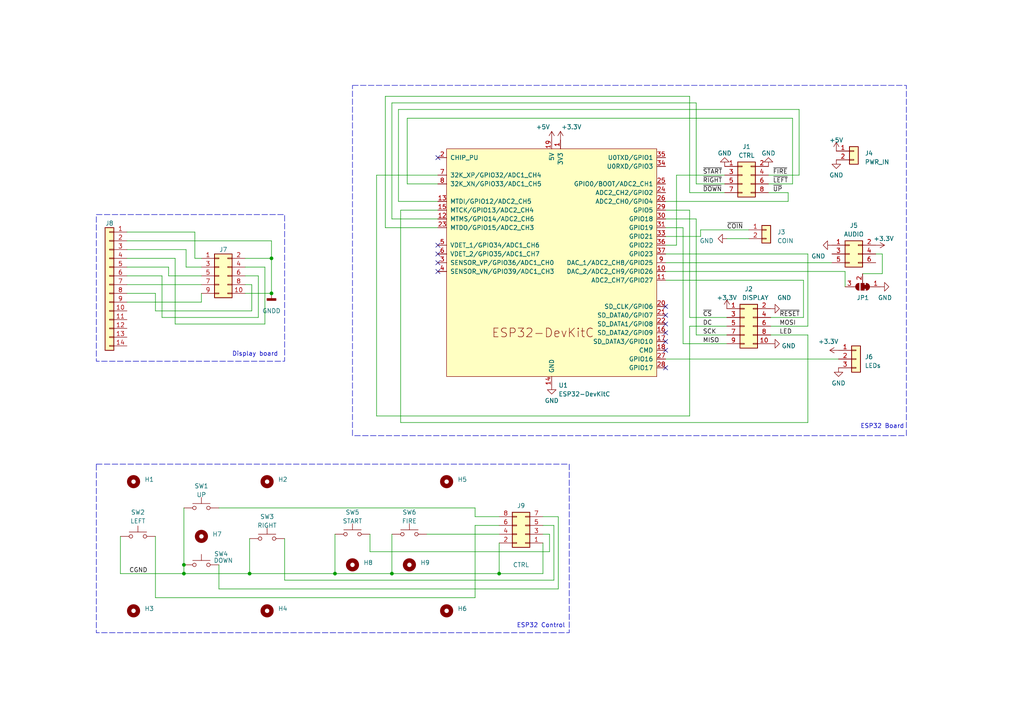
<source format=kicad_sch>
(kicad_sch (version 20230121) (generator eeschema)
  (paper "A4")
  (lib_symbols
    (symbol "Connector_Generic:Conn_01x02" (pin_names (offset 1.016) hide)
      (property "Reference" "J" (at 0 2.54 0))
      (property "Value" "Conn_01x02" (at 0 -5.08 0))
      (symbol "Conn_01x02_1_1"
        (rectangle (start -1.27 -2.413) (end 0 -2.667) (stroke (width 0.1524)))
        (rectangle (start -1.27 0.127) (end 0 -0.127) (stroke (width 0.1524)))
        (rectangle (start -1.27 1.27) (end 1.27 -3.81) (stroke (width 0.254)) (fill (type background)))
        (pin passive line (at -5.08 0 0) (length 3.81) (name "Pin_1") (number "1"))
        (pin passive line (at -5.08 -2.54 0) (length 3.81) (name "Pin_2") (number "2"))
      )
    )
    (symbol "Connector_Generic:Conn_01x03" (pin_names (offset 1.016) hide)
      (property "Reference" "J" (at 0 5.08 0))
      (property "Value" "Conn_01x03" (at 0 -5.08 0))
      (symbol "Conn_01x03_1_1"
        (rectangle (start -1.27 -2.413) (end 0 -2.667) (stroke (width 0.1524)))
        (rectangle (start -1.27 0.127) (end 0 -0.127) (stroke (width 0.1524)))
        (rectangle (start -1.27 2.667) (end 0 2.413) (stroke (width 0.1524)))
        (rectangle (start -1.27 3.81) (end 1.27 -3.81) (stroke (width 0.254)) (fill (type background)))
        (pin passive line (at -5.08 2.54 0) (length 3.81) (name "Pin_1") (number "1"))
        (pin passive line (at -5.08 0 0) (length 3.81) (name "Pin_2") (number "2"))
        (pin passive line (at -5.08 -2.54 0) (length 3.81) (name "Pin_3") (number "3"))
      )
    )
    (symbol "Connector_Generic:Conn_01x14" (pin_names (offset 1.016) hide)
      (property "Reference" "J" (at 0 17.78 0))
      (property "Value" "Conn_01x14" (at 0 -20.32 0))
      (symbol "Conn_01x14_1_1"
        (rectangle (start -1.27 -17.653) (end 0 -17.907) (stroke (width 0.1524)))
        (rectangle (start -1.27 -15.113) (end 0 -15.367) (stroke (width 0.1524)))
        (rectangle (start -1.27 -12.573) (end 0 -12.827) (stroke (width 0.1524)))
        (rectangle (start -1.27 -10.033) (end 0 -10.287) (stroke (width 0.1524)))
        (rectangle (start -1.27 -7.493) (end 0 -7.747) (stroke (width 0.1524)))
        (rectangle (start -1.27 -4.953) (end 0 -5.207) (stroke (width 0.1524)))
        (rectangle (start -1.27 -2.413) (end 0 -2.667) (stroke (width 0.1524)))
        (rectangle (start -1.27 0.127) (end 0 -0.127) (stroke (width 0.1524)))
        (rectangle (start -1.27 2.667) (end 0 2.413) (stroke (width 0.1524)))
        (rectangle (start -1.27 5.207) (end 0 4.953) (stroke (width 0.1524)))
        (rectangle (start -1.27 7.747) (end 0 7.493) (stroke (width 0.1524)))
        (rectangle (start -1.27 10.287) (end 0 10.033) (stroke (width 0.1524)))
        (rectangle (start -1.27 12.827) (end 0 12.573) (stroke (width 0.1524)))
        (rectangle (start -1.27 15.367) (end 0 15.113) (stroke (width 0.1524)))
        (rectangle (start -1.27 16.51) (end 1.27 -19.05) (stroke (width 0.254)) (fill (type background)))
        (pin passive line (at -5.08 15.24 0) (length 3.81) (name "Pin_1") (number "1"))
        (pin passive line (at -5.08 -7.62 0) (length 3.81) (name "Pin_10") (number "10"))
        (pin passive line (at -5.08 -10.16 0) (length 3.81) (name "Pin_11") (number "11"))
        (pin passive line (at -5.08 -12.7 0) (length 3.81) (name "Pin_12") (number "12"))
        (pin passive line (at -5.08 -15.24 0) (length 3.81) (name "Pin_13") (number "13"))
        (pin passive line (at -5.08 -17.78 0) (length 3.81) (name "Pin_14") (number "14"))
        (pin passive line (at -5.08 12.7 0) (length 3.81) (name "Pin_2") (number "2"))
        (pin passive line (at -5.08 10.16 0) (length 3.81) (name "Pin_3") (number "3"))
        (pin passive line (at -5.08 7.62 0) (length 3.81) (name "Pin_4") (number "4"))
        (pin passive line (at -5.08 5.08 0) (length 3.81) (name "Pin_5") (number "5"))
        (pin passive line (at -5.08 2.54 0) (length 3.81) (name "Pin_6") (number "6"))
        (pin passive line (at -5.08 0 0) (length 3.81) (name "Pin_7") (number "7"))
        (pin passive line (at -5.08 -2.54 0) (length 3.81) (name "Pin_8") (number "8"))
        (pin passive line (at -5.08 -5.08 0) (length 3.81) (name "Pin_9") (number "9"))
      )
    )
    (symbol "Connector_Generic:Conn_02x03_Odd_Even" (pin_names (offset 1.016) hide)
      (property "Reference" "J" (at 1.27 5.08 0))
      (property "Value" "Conn_02x03_Odd_Even" (at 1.27 -5.08 0))
      (symbol "Conn_02x03_Odd_Even_1_1"
        (rectangle (start -1.27 -2.413) (end 0 -2.667) (stroke (width 0.1524)))
        (rectangle (start -1.27 0.127) (end 0 -0.127) (stroke (width 0.1524)))
        (rectangle (start -1.27 2.667) (end 0 2.413) (stroke (width 0.1524)))
        (rectangle (start -1.27 3.81) (end 3.81 -3.81) (stroke (width 0.254)) (fill (type background)))
        (rectangle (start 3.81 -2.413) (end 2.54 -2.667) (stroke (width 0.1524)))
        (rectangle (start 3.81 0.127) (end 2.54 -0.127) (stroke (width 0.1524)))
        (rectangle (start 3.81 2.667) (end 2.54 2.413) (stroke (width 0.1524)))
        (pin passive line (at -5.08 2.54 0) (length 3.81) (name "Pin_1") (number "1"))
        (pin passive line (at 7.62 2.54 180) (length 3.81) (name "Pin_2") (number "2"))
        (pin passive line (at -5.08 0 0) (length 3.81) (name "Pin_3") (number "3"))
        (pin passive line (at 7.62 0 180) (length 3.81) (name "Pin_4") (number "4"))
        (pin passive line (at -5.08 -2.54 0) (length 3.81) (name "Pin_5") (number "5"))
        (pin passive line (at 7.62 -2.54 180) (length 3.81) (name "Pin_6") (number "6"))
      )
    )
    (symbol "Connector_Generic:Conn_02x04_Odd_Even" (pin_names (offset 1.016) hide)
      (property "Reference" "J" (at 1.27 5.08 0))
      (property "Value" "Conn_02x04_Odd_Even" (at 1.27 -7.62 0))
      (symbol "Conn_02x04_Odd_Even_1_1"
        (rectangle (start -1.27 -4.953) (end 0 -5.207) (stroke (width 0.1524)))
        (rectangle (start -1.27 -2.413) (end 0 -2.667) (stroke (width 0.1524)))
        (rectangle (start -1.27 0.127) (end 0 -0.127) (stroke (width 0.1524)))
        (rectangle (start -1.27 2.667) (end 0 2.413) (stroke (width 0.1524)))
        (rectangle (start -1.27 3.81) (end 3.81 -6.35) (stroke (width 0.254)) (fill (type background)))
        (rectangle (start 3.81 -4.953) (end 2.54 -5.207) (stroke (width 0.1524)))
        (rectangle (start 3.81 -2.413) (end 2.54 -2.667) (stroke (width 0.1524)))
        (rectangle (start 3.81 0.127) (end 2.54 -0.127) (stroke (width 0.1524)))
        (rectangle (start 3.81 2.667) (end 2.54 2.413) (stroke (width 0.1524)))
        (pin passive line (at -5.08 2.54 0) (length 3.81) (name "Pin_1") (number "1"))
        (pin passive line (at 7.62 2.54 180) (length 3.81) (name "Pin_2") (number "2"))
        (pin passive line (at -5.08 0 0) (length 3.81) (name "Pin_3") (number "3"))
        (pin passive line (at 7.62 0 180) (length 3.81) (name "Pin_4") (number "4"))
        (pin passive line (at -5.08 -2.54 0) (length 3.81) (name "Pin_5") (number "5"))
        (pin passive line (at 7.62 -2.54 180) (length 3.81) (name "Pin_6") (number "6"))
        (pin passive line (at -5.08 -5.08 0) (length 3.81) (name "Pin_7") (number "7"))
        (pin passive line (at 7.62 -5.08 180) (length 3.81) (name "Pin_8") (number "8"))
      )
    )
    (symbol "Connector_Generic:Conn_02x05_Odd_Even" (pin_names (offset 1.016) hide)
      (property "Reference" "J" (at 1.27 7.62 0))
      (property "Value" "Conn_02x05_Odd_Even" (at 1.27 -7.62 0))
      (symbol "Conn_02x05_Odd_Even_1_1"
        (rectangle (start -1.27 -4.953) (end 0 -5.207) (stroke (width 0.1524)))
        (rectangle (start -1.27 -2.413) (end 0 -2.667) (stroke (width 0.1524)))
        (rectangle (start -1.27 0.127) (end 0 -0.127) (stroke (width 0.1524)))
        (rectangle (start -1.27 2.667) (end 0 2.413) (stroke (width 0.1524)))
        (rectangle (start -1.27 5.207) (end 0 4.953) (stroke (width 0.1524)))
        (rectangle (start -1.27 6.35) (end 3.81 -6.35) (stroke (width 0.254)) (fill (type background)))
        (rectangle (start 3.81 -4.953) (end 2.54 -5.207) (stroke (width 0.1524)))
        (rectangle (start 3.81 -2.413) (end 2.54 -2.667) (stroke (width 0.1524)))
        (rectangle (start 3.81 0.127) (end 2.54 -0.127) (stroke (width 0.1524)))
        (rectangle (start 3.81 2.667) (end 2.54 2.413) (stroke (width 0.1524)))
        (rectangle (start 3.81 5.207) (end 2.54 4.953) (stroke (width 0.1524)))
        (pin passive line (at -5.08 5.08 0) (length 3.81) (name "Pin_1") (number "1"))
        (pin passive line (at 7.62 -5.08 180) (length 3.81) (name "Pin_10") (number "10"))
        (pin passive line (at 7.62 5.08 180) (length 3.81) (name "Pin_2") (number "2"))
        (pin passive line (at -5.08 2.54 0) (length 3.81) (name "Pin_3") (number "3"))
        (pin passive line (at 7.62 2.54 180) (length 3.81) (name "Pin_4") (number "4"))
        (pin passive line (at -5.08 0 0) (length 3.81) (name "Pin_5") (number "5"))
        (pin passive line (at 7.62 0 180) (length 3.81) (name "Pin_6") (number "6"))
        (pin passive line (at -5.08 -2.54 0) (length 3.81) (name "Pin_7") (number "7"))
        (pin passive line (at 7.62 -2.54 180) (length 3.81) (name "Pin_8") (number "8"))
        (pin passive line (at -5.08 -5.08 0) (length 3.81) (name "Pin_9") (number "9"))
      )
    )
    (symbol "Espressif:ESP32-DevKitC" (pin_names (offset 1.016))
      (property "Reference" "U" (at -30.48 38.1 0))
      (property "Value" "ESP32-DevKitC" (at -30.48 35.56 0))
      (symbol "ESP32-DevKitC_0_0"
        (text "ESP32-DevKitC" (at -2.54 -20.32 0) (effects (font (size 2.54 2.54))))
        (pin power_in line (at 0 -35.56 90) (length 2.54) (name "GND") (number "14"))
        (pin power_in line (at 0 35.56 270) (length 2.54) (name "5V") (number "19"))
      )
      (symbol "ESP32-DevKitC_0_1"
        (rectangle (start -30.48 33.02) (end 30.48 -33.02) (fill (type background)))
      )
      (symbol "ESP32-DevKitC_1_1"
        (pin power_in line (at 2.54 35.56 270) (length 2.54) (name "3V3") (number "1"))
        (pin bidirectional line (at 33.02 -2.54 180) (length 2.54) (name "DAC_2/ADC2_CH9/GPIO26") (number "10"))
        (pin bidirectional line (at 33.02 -5.08 180) (length 2.54) (name "ADC2_CH7/GPIO27") (number "11"))
        (pin bidirectional line (at -33.02 12.7 0) (length 2.54) (name "MTMS/GPIO14/ADC2_CH6") (number "12"))
        (pin bidirectional line (at -33.02 17.78 0) (length 2.54) (name "MTDI/GPIO12/ADC2_CH5") (number "13"))
        (pin bidirectional line (at -33.02 15.24 0) (length 2.54) (name "MTCK/GPIO13/ADC2_CH4") (number "15"))
        (pin bidirectional line (at 33.02 -20.32 180) (length 2.54) (name "SD_DATA2/GPIO9") (number "16"))
        (pin bidirectional line (at 33.02 -22.86 180) (length 2.54) (name "SD_DATA3/GPIO10") (number "17"))
        (pin bidirectional line (at 33.02 -25.4 180) (length 2.54) (name "CMD") (number "18"))
        (pin input line (at -33.02 30.48 0) (length 2.54) (name "CHIP_PU") (number "2"))
        (pin bidirectional line (at 33.02 -12.7 180) (length 2.54) (name "SD_CLK/GPIO6") (number "20"))
        (pin bidirectional line (at 33.02 -15.24 180) (length 2.54) (name "SD_DATA0/GPIO7") (number "21"))
        (pin bidirectional line (at 33.02 -17.78 180) (length 2.54) (name "SD_DATA1/GPIO8") (number "22"))
        (pin bidirectional line (at -33.02 10.16 0) (length 2.54) (name "MTDO/GPIO15/ADC2_CH3") (number "23"))
        (pin bidirectional line (at 33.02 20.32 180) (length 2.54) (name "ADC2_CH2/GPIO2") (number "24"))
        (pin bidirectional line (at 33.02 22.86 180) (length 2.54) (name "GPIO0/BOOT/ADC2_CH1") (number "25"))
        (pin bidirectional line (at 33.02 17.78 180) (length 2.54) (name "ADC2_CH0/GPIO4") (number "26"))
        (pin bidirectional line (at 33.02 -27.94 180) (length 2.54) (name "GPIO16") (number "27"))
        (pin bidirectional line (at 33.02 -30.48 180) (length 2.54) (name "GPIO17") (number "28"))
        (pin bidirectional line (at 33.02 15.24 180) (length 2.54) (name "GPIO5") (number "29"))
        (pin input line (at -33.02 0 0) (length 2.54) (name "SENSOR_VP/GPIO36/ADC1_CH0") (number "3"))
        (pin bidirectional line (at 33.02 12.7 180) (length 2.54) (name "GPIO18") (number "30"))
        (pin bidirectional line (at 33.02 10.16 180) (length 2.54) (name "GPIO19") (number "31"))
        (pin passive line (at 0 -35.56 90) (length 2.54) hide (name "GND") (number "32"))
        (pin bidirectional line (at 33.02 7.62 180) (length 2.54) (name "GPIO21") (number "33"))
        (pin bidirectional line (at 33.02 27.94 180) (length 2.54) (name "U0RXD/GPIO3") (number "34"))
        (pin bidirectional line (at 33.02 30.48 180) (length 2.54) (name "U0TXD/GPIO1") (number "35"))
        (pin bidirectional line (at 33.02 5.08 180) (length 2.54) (name "GPIO22") (number "36"))
        (pin bidirectional line (at 33.02 2.54 180) (length 2.54) (name "GPIO23") (number "37"))
        (pin passive line (at 0 -35.56 90) (length 2.54) hide (name "GND") (number "38"))
        (pin input line (at -33.02 -2.54 0) (length 2.54) (name "SENSOR_VN/GPIO39/ADC1_CH3") (number "4"))
        (pin input line (at -33.02 5.08 0) (length 2.54) (name "VDET_1/GPIO34/ADC1_CH6") (number "5"))
        (pin input line (at -33.02 2.54 0) (length 2.54) (name "VDET_2/GPIO35/ADC1_CH7") (number "6"))
        (pin bidirectional line (at -33.02 25.4 0) (length 2.54) (name "32K_XP/GPIO32/ADC1_CH4") (number "7"))
        (pin bidirectional line (at -33.02 22.86 0) (length 2.54) (name "32K_XN/GPIO33/ADC1_CH5") (number "8"))
        (pin bidirectional line (at 33.02 0 180) (length 2.54) (name "DAC_1/ADC2_CH8/GPIO25") (number "9"))
      )
    )
    (symbol "Jumper:SolderJumper_3_Bridged12" (pin_names (offset 0) hide)
      (property "Reference" "JP" (at -2.54 -2.54 0))
      (property "Value" "SolderJumper_3_Bridged12" (at 0 2.794 0))
      (symbol "SolderJumper_3_Bridged12_0_1"
        (rectangle (start -1.016 0.508) (end -0.508 -0.508) (fill (type outline)))
        (arc (start -1.016 1.016) (mid -2.0276 0) (end -1.016 -1.016))
        (arc (start -1.016 1.016) (mid -2.0276 0) (end -1.016 -1.016) (fill (type outline)))
        (rectangle (start -0.508 1.016) (end 0.508 -1.016) (fill (type outline)))
        (polyline (pts (xy -2.54 0) (xy -2.032 0)))
        (polyline (pts (xy -1.016 1.016) (xy -1.016 -1.016)))
        (polyline (pts (xy 0 -1.27) (xy 0 -1.016)))
        (polyline (pts (xy 1.016 1.016) (xy 1.016 -1.016)))
        (polyline (pts (xy 2.54 0) (xy 2.032 0)))
        (arc (start 1.016 -1.016) (mid 2.0276 0) (end 1.016 1.016))
        (arc (start 1.016 -1.016) (mid 2.0276 0) (end 1.016 1.016) (fill (type outline)))
      )
      (symbol "SolderJumper_3_Bridged12_1_1"
        (pin passive line (at -5.08 0 0) (length 2.54) (name "A") (number "1"))
        (pin passive line (at 0 -3.81 90) (length 2.54) (name "C") (number "2"))
        (pin passive line (at 5.08 0 180) (length 2.54) (name "B") (number "3"))
      )
    )
    (symbol "Mechanical:MountingHole" (pin_names (offset 1.016))
      (property "Reference" "H" (at 0 5.08 0))
      (property "Value" "MountingHole" (at 0 3.175 0))
      (symbol "MountingHole_0_1"
        (circle (center 0 0) (radius 1.27) (stroke (width 1.27)))
      )
    )
    (symbol "Switch:SW_Push" (pin_numbers hide) (pin_names (offset 1.016) hide)
      (property "Reference" "SW" (at 1.27 2.54 0))
      (property "Value" "SW_Push" (at 0 -1.524 0))
      (symbol "SW_Push_0_1"
        (circle (center -2.032 0) (radius 0.508))
        (polyline (pts (xy 0 1.27) (xy 0 3.048)))
        (polyline (pts (xy 2.54 1.27) (xy -2.54 1.27)))
        (circle (center 2.032 0) (radius 0.508))
        (pin passive line (at -5.08 0 0) (length 2.54) (name "1") (number "1"))
        (pin passive line (at 5.08 0 180) (length 2.54) (name "2") (number "2"))
      )
    )
    (symbol "power:+3.3V" (power) (pin_names (offset 0))
      (property "Value" "+3.3V" (at 0 3.556 0))
      (symbol "+3.3V_0_1"
        (polyline (pts (xy -0.762 1.27) (xy 0 2.54)))
        (polyline (pts (xy 0 0) (xy 0 2.54)))
        (polyline (pts (xy 0 2.54) (xy 0.762 1.27)))
      )
      (symbol "+3.3V_1_1"
        (pin power_in line (at 0 0 90) (length 0) hide (name "+3.3V") (number "1"))
      )
    )
    (symbol "power:+5V" (power) (pin_names (offset 0))
      (property "Value" "+5V" (at 0 3.556 0))
      (symbol "+5V_0_1"
        (polyline (pts (xy -0.762 1.27) (xy 0 2.54)))
        (polyline (pts (xy 0 0) (xy 0 2.54)))
        (polyline (pts (xy 0 2.54) (xy 0.762 1.27)))
      )
      (symbol "+5V_1_1"
        (pin power_in line (at 0 0 90) (length 0) hide (name "+5V") (number "1"))
      )
    )
    (symbol "power:GND" (power) (pin_names (offset 0))
      (property "Value" "GND" (at 0 -3.81 0))
      (symbol "GND_0_1"
        (polyline (pts (xy 0 0) (xy 0 -1.27) (xy 1.27 -1.27) (xy 0 -2.54) (xy -1.27 -1.27) (xy 0 -1.27)))
      )
      (symbol "GND_1_1"
        (pin power_in line (at 0 0 270) (length 0) hide (name "GND") (number "1"))
      )
    )
    (symbol "power:GNDD" (power) (pin_names (offset 0))
      (property "Value" "GNDD" (at 0 -3.175 0))
      (symbol "GNDD_0_1"
        (rectangle (start -1.27 -1.524) (end 1.27 -2.032) (stroke (width 0.254)) (fill (type outline)))
        (polyline (pts (xy 0 0) (xy 0 -1.524)))
      )
      (symbol "GNDD_1_1"
        (pin power_in line (at 0 0 270) (length 0) hide (name "GNDD") (number "1"))
      )
    )
  )
  (junction (at 53.34 166.37))
  (junction (at 97.155 166.37))
  (junction (at 144.78 166.37))
  (junction (at 78.74 85.09))
  (junction (at 78.74 74.93))
  (junction (at 113.665 166.37))
  (junction (at 53.34 163.83))
  (junction (at 72.39 166.37))
  (no_connect (at 193.04 106.68))
  (no_connect (at 127 45.72))
  (no_connect (at 193.04 99.06))
  (no_connect (at 193.04 88.9))
  (no_connect (at 127 71.12))
  (no_connect (at 127 78.74))
  (no_connect (at 193.04 101.6))
  (no_connect (at 127 76.2))
  (no_connect (at 127 73.66))
  (no_connect (at 193.04 93.98))
  (no_connect (at 193.04 91.44))
  (no_connect (at 193.04 96.52))
  (wire (pts (xy 107.315 160.02) (xy 159.385 160.02)))
  (wire (pts (xy 160.655 168.275) (xy 160.655 152.4)))
  (wire (pts (xy 36.83 80.01) (xy 46.99 80.01)))
  (wire (pts (xy 245.11 78.74) (xy 245.11 83.185)))
  (wire (pts (xy 159.385 154.94) (xy 157.48 154.94)))
  (wire (pts (xy 73.025 90.17) (xy 73.025 82.55)))
  (wire (pts (xy 161.925 170.815) (xy 161.925 149.86)))
  (wire (pts (xy 228.6 55.88) (xy 222.885 55.88)))
  (wire (pts (xy 109.22 120.65) (xy 109.22 50.8)))
  (wire (pts (xy 118.11 34.29) (xy 229.87 34.29)))
  (wire (pts (xy 113.665 63.5) (xy 127 63.5)))
  (wire (pts (xy 53.975 72.39) (xy 53.975 77.47)))
  (wire (pts (xy 34.925 166.37) (xy 34.925 155.575)))
  (wire (pts (xy 228.6 58.42) (xy 228.6 55.88)))
  (wire (pts (xy 161.925 149.86) (xy 157.48 149.86)))
  (wire (pts (xy 201.93 97.155) (xy 201.93 63.5)))
  (wire (pts (xy 196.215 50.8) (xy 210.185 50.8)))
  (wire (pts (xy 72.39 166.37) (xy 53.34 166.37)))
  (wire (pts (xy 118.11 34.29) (xy 118.11 53.34)))
  (wire (pts (xy 255.905 73.66) (xy 254 73.66)))
  (wire (pts (xy 160.655 152.4) (xy 157.48 152.4)))
  (wire (pts (xy 45.085 85.09) (xy 45.085 90.17)))
  (wire (pts (xy 198.12 99.695) (xy 198.12 66.04)))
  (wire (pts (xy 137.795 152.4) (xy 144.78 152.4)))
  (wire (pts (xy 46.99 80.01) (xy 46.99 92.075)))
  (wire (pts (xy 113.665 166.37) (xy 97.155 166.37)))
  (wire (pts (xy 36.83 72.39) (xy 53.975 72.39)))
  (wire (pts (xy 200.025 27.94) (xy 200.025 55.88)))
  (wire (pts (xy 48.895 80.01) (xy 58.42 80.01)))
  (wire (pts (xy 201.93 53.34) (xy 210.185 53.34)))
  (wire (pts (xy 115.57 31.75) (xy 115.57 58.42)))
  (wire (pts (xy 36.83 85.09) (xy 45.085 85.09)))
  (wire (pts (xy 193.04 76.2) (xy 241.3 76.2)))
  (wire (pts (xy 46.99 92.075) (xy 74.93 92.075)))
  (wire (pts (xy 223.52 94.615) (xy 234.315 94.615)))
  (wire (pts (xy 193.04 71.12) (xy 196.215 71.12)))
  (wire (pts (xy 45.085 90.17) (xy 73.025 90.17)))
  (wire (pts (xy 200.025 60.96) (xy 193.04 60.96)))
  (wire (pts (xy 200.025 94.615) (xy 200.025 120.65)))
  (wire (pts (xy 193.04 58.42) (xy 228.6 58.42)))
  (wire (pts (xy 71.12 85.09) (xy 78.74 85.09)))
  (wire (pts (xy 223.52 97.155) (xy 234.315 97.155)))
  (wire (pts (xy 234.315 73.66) (xy 193.04 73.66)))
  (wire (pts (xy 255.905 79.375) (xy 255.905 73.66)))
  (wire (pts (xy 109.22 50.8) (xy 127 50.8)))
  (wire (pts (xy 193.04 66.04) (xy 198.12 66.04)))
  (wire (pts (xy 36.83 69.85) (xy 78.74 69.85)))
  (wire (pts (xy 159.385 160.02) (xy 159.385 154.94)))
  (wire (pts (xy 63.5 170.815) (xy 63.5 163.83)))
  (wire (pts (xy 78.74 69.85) (xy 78.74 74.93)))
  (wire (pts (xy 97.155 166.37) (xy 72.39 166.37)))
  (wire (pts (xy 196.215 71.12) (xy 196.215 50.8)))
  (wire (pts (xy 116.205 60.96) (xy 127 60.96)))
  (wire (pts (xy 210.82 92.075) (xy 200.025 92.075)))
  (wire (pts (xy 74.93 80.01) (xy 71.12 80.01)))
  (wire (pts (xy 56.515 67.31) (xy 56.515 74.93)))
  (wire (pts (xy 233.045 92.075) (xy 233.045 81.28)))
  (wire (pts (xy 76.835 77.47) (xy 71.12 77.47)))
  (wire (pts (xy 234.315 122.555) (xy 116.205 122.555)))
  (wire (pts (xy 72.39 156.21) (xy 72.39 166.37)))
  (wire (pts (xy 144.78 157.48) (xy 144.78 166.37)))
  (wire (pts (xy 63.5 147.32) (xy 137.795 147.32)))
  (wire (pts (xy 45.085 155.575) (xy 45.085 173.355)))
  (wire (pts (xy 201.93 29.845) (xy 113.665 29.845)))
  (wire (pts (xy 137.795 173.355) (xy 137.795 152.4)))
  (wire (pts (xy 71.12 74.93) (xy 78.74 74.93)))
  (wire (pts (xy 200.025 55.88) (xy 210.185 55.88)))
  (wire (pts (xy 223.52 92.075) (xy 233.045 92.075)))
  (wire (pts (xy 115.57 58.42) (xy 127 58.42)))
  (wire (pts (xy 58.42 87.63) (xy 58.42 85.09)))
  (wire (pts (xy 36.83 67.31) (xy 56.515 67.31)))
  (wire (pts (xy 250.19 79.375) (xy 255.905 79.375)))
  (wire (pts (xy 63.5 170.815) (xy 161.925 170.815)))
  (wire (pts (xy 229.87 34.29) (xy 229.87 53.34)))
  (wire (pts (xy 144.78 166.37) (xy 113.665 166.37)))
  (wire (pts (xy 82.55 168.275) (xy 160.655 168.275)))
  (wire (pts (xy 118.11 53.34) (xy 127 53.34)))
  (wire (pts (xy 50.8 93.98) (xy 76.835 93.98)))
  (wire (pts (xy 97.155 154.94) (xy 97.155 166.37)))
  (wire (pts (xy 36.83 87.63) (xy 58.42 87.63)))
  (wire (pts (xy 36.83 74.93) (xy 50.8 74.93)))
  (wire (pts (xy 111.76 27.94) (xy 111.76 66.04)))
  (wire (pts (xy 74.93 92.075) (xy 74.93 80.01)))
  (wire (pts (xy 234.315 97.155) (xy 234.315 122.555)))
  (wire (pts (xy 157.48 157.48) (xy 157.48 166.37)))
  (wire (pts (xy 201.93 29.845) (xy 201.93 53.34)))
  (wire (pts (xy 231.775 31.75) (xy 231.775 50.8)))
  (wire (pts (xy 203.2 68.58) (xy 193.04 68.58)))
  (wire (pts (xy 53.34 166.37) (xy 34.925 166.37)))
  (wire (pts (xy 36.83 77.47) (xy 48.895 77.47)))
  (wire (pts (xy 36.83 82.55) (xy 58.42 82.55)))
  (wire (pts (xy 115.57 31.75) (xy 231.775 31.75)))
  (wire (pts (xy 231.775 50.8) (xy 222.885 50.8)))
  (wire (pts (xy 53.34 147.32) (xy 53.34 163.83)))
  (wire (pts (xy 210.82 97.155) (xy 201.93 97.155)))
  (wire (pts (xy 123.825 154.94) (xy 144.78 154.94)))
  (wire (pts (xy 113.665 154.94) (xy 113.665 166.37)))
  (wire (pts (xy 229.87 53.34) (xy 222.885 53.34)))
  (wire (pts (xy 193.04 104.14) (xy 243.205 104.14)))
  (wire (pts (xy 53.975 77.47) (xy 58.42 77.47)))
  (wire (pts (xy 50.8 74.93) (xy 50.8 93.98)))
  (wire (pts (xy 137.795 149.86) (xy 144.78 149.86)))
  (wire (pts (xy 48.895 77.47) (xy 48.895 80.01)))
  (wire (pts (xy 234.315 94.615) (xy 234.315 73.66)))
  (wire (pts (xy 203.2 66.675) (xy 217.17 66.675)))
  (wire (pts (xy 203.2 66.675) (xy 203.2 68.58)))
  (wire (pts (xy 137.795 147.32) (xy 137.795 149.86)))
  (wire (pts (xy 73.025 82.55) (xy 71.12 82.55)))
  (wire (pts (xy 107.315 154.94) (xy 107.315 160.02)))
  (wire (pts (xy 210.82 99.695) (xy 198.12 99.695)))
  (wire (pts (xy 193.04 78.74) (xy 245.11 78.74)))
  (wire (pts (xy 233.045 81.28) (xy 193.04 81.28)))
  (wire (pts (xy 76.835 93.98) (xy 76.835 77.47)))
  (wire (pts (xy 82.55 156.21) (xy 82.55 168.275)))
  (wire (pts (xy 53.34 163.83) (xy 53.34 166.37)))
  (wire (pts (xy 45.085 173.355) (xy 137.795 173.355)))
  (wire (pts (xy 113.665 29.845) (xy 113.665 63.5)))
  (wire (pts (xy 210.82 94.615) (xy 200.025 94.615)))
  (wire (pts (xy 157.48 166.37) (xy 144.78 166.37)))
  (wire (pts (xy 201.93 63.5) (xy 193.04 63.5)))
  (wire (pts (xy 56.515 74.93) (xy 58.42 74.93)))
  (wire (pts (xy 210.82 69.215) (xy 217.17 69.215)))
  (wire (pts (xy 200.025 120.65) (xy 109.22 120.65)))
  (wire (pts (xy 116.205 122.555) (xy 116.205 60.96)))
  (wire (pts (xy 111.76 66.04) (xy 127 66.04)))
  (wire (pts (xy 111.76 27.94) (xy 200.025 27.94)))
  (wire (pts (xy 78.74 85.09) (xy 78.74 74.93)))
  (wire (pts (xy 200.025 92.075) (xy 200.025 60.96)))
  (rectangle (start 27.94 62.23) (end 82.55 104.775) (stroke (width 0) (type dash)))
  (rectangle (start 102.235 24.765) (end 262.89 126.365) (stroke (width 0) (type dash)))
  (rectangle (start 27.94 134.62) (end 165.1 183.515) (stroke (width 0) (type dash)))
  (text "ESP32 Board" (at 249.555 124.46 0) (effects (font (size 1.27 1.27)) (justify left bottom)))
  (text "ESP32 Control" (at 149.86 182.245 0) (effects (font (size 1.27 1.27)) (justify left bottom)))
  (text "Display board" (at 67.31 103.505 0) (effects (font (size 1.27 1.27)) (justify left bottom)))
  (label "~{DOWN}" (at 203.835 55.88 0))
  (label "~{LEFT}" (at 224.155 53.34 0))
  (label "~{RESET}" (at 226.06 92.075 0))
  (label "~{CS}" (at 203.835 92.075 0))
  (label "MOSI" (at 226.06 94.615 0))
  (label "SCK" (at 203.835 97.155 0))
  (label "~{START}" (at 203.835 50.8 0))
  (label "MISO" (at 203.835 99.695 0))
  (label "DC" (at 203.835 94.615 0))
  (label "LED" (at 226.06 97.155 0))
  (label "~{COIN}" (at 210.82 66.675 0))
  (label "CGND" (at 37.465 166.37 0))
  (label "~{RIGHT}" (at 203.835 53.34 0))
  (label "~{FIRE}" (at 224.155 50.8 0))
  (label "~{UP}" (at 224.155 55.88 0))
  (symbol (lib_id "power:GND") (at 243.205 106.68 0) (unit 1)
    (property "Reference" "#PWR015" (effects hide))
    (property "Value" "GND" (at 243.205 111.125 0))
  )
  (symbol (lib_id "Switch:SW_Push") (at 58.42 147.32 0) (unit 1)
    (property "Reference" "SW1" (at 58.42 140.97 0))
    (property "Value" "UP" (at 58.42 143.51 0))
    (property "Footprint" "btn_side:btn_4.3mm_THT" (effects hide))
  )
  (symbol (lib_id "power:GND") (at 160.02 111.76 0) (unit 1)
    (property "Reference" "#PWR03" (effects hide))
    (property "Value" "GND" (at 160.02 116.205 0))
  )
  (symbol (lib_id "Switch:SW_Push") (at 58.42 163.83 0) (unit 1)
    (property "Reference" "SW4" (at 64.135 160.655 0))
    (property "Value" "DOWN" (at 64.77 162.56 0))
    (property "Footprint" "btn_side:btn_4.3mm_THT" (effects hide))
  )
  (symbol (lib_id "Mechanical:MountingHole") (at 102.235 163.83 0) (unit 1)
    (property "Reference" "H8" (at 105.41 163.195 0) (effects (justify left)))
    (property "Value" "MountingHole" (effects hide))
    (property "Footprint" "MountingHole:MountingHole_2.2mm_M2_ISO7380" (effects hide))
  )
  (symbol (lib_id "Mechanical:MountingHole") (at 129.54 177.165 0) (unit 1)
    (property "Reference" "H6" (at 132.715 176.53 0) (effects (justify left)))
    (property "Value" "MountingHole" (effects hide))
    (property "Footprint" "MountingHole:MountingHole_2.2mm_M2_ISO7380" (effects hide))
  )
  (symbol (lib_id "Mechanical:MountingHole") (at 77.47 139.7 0) (unit 1)
    (property "Reference" "H2" (at 80.645 139.065 0) (effects (justify left)))
    (property "Value" "MountingHole" (effects hide))
    (property "Footprint" "MountingHole:MountingHole_2.2mm_M2_ISO7380" (effects hide))
  )
  (symbol (lib_id "Connector_Generic:Conn_01x02") (at 247.65 43.815 0) (unit 1)
    (property "Reference" "J4" (at 250.825 44.45 0) (effects (justify left)))
    (property "Value" "PWR_IN" (at 250.825 46.99 0) (effects (justify left)))
    (property "Footprint" "Connector_PinHeader_2.54mm:PinHeader_1x02_P2.54mm_Vertical" (effects hide))
  )
  (symbol (lib_id "power:GND") (at 241.3 71.12 270) (unit 1)
    (property "Reference" "#PWR014" (effects hide))
    (property "Value" "GND" (at 239.395 74.295 90) (effects (justify right)))
  )
  (symbol (lib_id "power:GND") (at 210.82 69.215 270) (unit 1)
    (property "Reference" "#PWR0102" (effects hide))
    (property "Value" "GND" (at 207.01 69.85 90) (effects (justify right)))
  )
  (symbol (lib_id "Mechanical:MountingHole") (at 118.745 163.83 0) (unit 1)
    (property "Reference" "H9" (at 121.92 163.195 0) (effects (justify left)))
    (property "Value" "MountingHole" (effects hide))
    (property "Footprint" "MountingHole:MountingHole_2.2mm_M2_ISO7380" (effects hide))
  )
  (symbol (lib_id "Jumper:SolderJumper_3_Bridged12") (at 250.19 83.185 180) (unit 1)
    (property "Reference" "JP1" (at 252.095 86.36 0) (effects (justify left)))
    (property "Value" "DIFF" (effects hide))
    (property "Footprint" "Jumper:SolderJumper-3_P1.3mm_Open_RoundedPad1.0x1.5mm" (effects hide))
  )
  (symbol (lib_id "power:GNDD") (at 78.74 85.09 0) (unit 1)
    (property "Reference" "#PWR016" (effects hide))
    (property "Value" "GNDD" (at 78.74 90.17 0))
  )
  (symbol (lib_id "power:GND") (at 222.885 48.26 180) (unit 1)
    (property "Reference" "#PWR01" (effects hide))
    (property "Value" "GND" (at 222.885 44.45 0))
  )
  (symbol (lib_id "Switch:SW_Push") (at 77.47 156.21 0) (unit 1)
    (property "Reference" "SW3" (at 77.47 149.86 0))
    (property "Value" "RIGHT" (at 77.47 152.4 0))
    (property "Footprint" "btn_side:btn_4.3mm_THT" (effects hide))
  )
  (symbol (lib_id "Connector_Generic:Conn_01x03") (at 248.285 104.14 0) (unit 1)
    (property "Reference" "J6" (at 250.825 103.505 0) (effects (justify left)))
    (property "Value" "LEDs" (at 250.825 106.045 0) (effects (justify left)))
    (property "Footprint" "Connector_PinHeader_2.54mm:PinHeader_1x03_P2.54mm_Vertical" (effects hide))
  )
  (symbol (lib_id "Mechanical:MountingHole") (at 38.735 139.7 0) (unit 1)
    (property "Reference" "H1" (at 41.91 139.065 0) (effects (justify left)))
    (property "Value" "MountingHole" (effects hide))
    (property "Footprint" "MountingHole:MountingHole_2.2mm_M2_ISO7380" (effects hide))
  )
  (symbol (lib_id "power:GND") (at 255.27 83.185 90) (unit 1)
    (property "Reference" "#PWR017" (effects hide))
    (property "Value" "GND" (at 254.635 86.36 90) (effects (justify right)))
  )
  (symbol (lib_id "Switch:SW_Push") (at 118.745 154.94 0) (unit 1)
    (property "Reference" "SW6" (at 118.745 148.59 0))
    (property "Value" "FIRE" (at 118.745 151.13 0))
    (property "Footprint" "Button_Switch_THT:SW_PUSH_6mm_H9.5mm" (effects hide))
  )
  (symbol (lib_id "Espressif:ESP32-DevKitC") (at 160.02 76.2 0) (unit 1)
    (property "Reference" "U1" (at 161.9759 111.76 0) (effects (justify left)))
    (property "Value" "ESP32-DevKitC" (at 161.9759 114.3 0) (effects (justify left)))
    (property "Footprint" "Espressif:ESP32-DevKitC" (effects hide))
    (property "Datasheet" "https://docs.espressif.com/projects/esp-idf/zh_CN/latest/esp32/hw-reference/esp32/get-started-devkitc.html" (effects hide))
  )
  (symbol (lib_id "power:GND") (at 223.52 99.695 90) (unit 1)
    (property "Reference" "#PWR011" (effects hide))
    (property "Value" "GND" (at 226.695 100.33 90) (effects (justify right)))
  )
  (symbol (lib_id "power:+3.3V") (at 162.56 40.64 0) (unit 1)
    (property "Reference" "#PWR08" (effects hide))
    (property "Value" "+3.3V" (at 165.735 36.83 0))
  )
  (symbol (lib_id "power:GND") (at 210.185 48.26 180) (unit 1)
    (property "Reference" "#PWR02" (effects hide))
    (property "Value" "GND" (at 210.185 44.45 0))
  )
  (symbol (lib_id "power:GND") (at 223.52 89.535 90) (unit 1)
    (property "Reference" "#PWR010" (effects hide))
    (property "Value" "GND" (at 225.425 86.36 90) (effects (justify right)))
  )
  (symbol (lib_id "Connector_Generic:Conn_02x05_Odd_Even") (at 63.5 80.01 0) (unit 1)
    (property "Reference" "J7" (at 64.77 72.39 0))
    (property "Value" "DISPLAY" (effects hide))
    (property "Footprint" "Connector_PinHeader_2.54mm:PinHeader_2x05_P2.54mm_Vertical" (effects hide))
  )
  (symbol (lib_id "Connector_Generic:Conn_01x14") (at 31.75 82.55 0) (mirror y) (unit 1)
    (property "Reference" "J8" (at 31.75 64.77 0))
    (property "Value" "Conn_01x14" (effects hide))
    (property "Footprint" "Connector_PinSocket_2.54mm:PinSocket_1x14_P2.54mm_Vertical" (effects hide))
  )
  (symbol (lib_id "Connector_Generic:Conn_02x04_Odd_Even") (at 152.4 154.94 180) (unit 1)
    (property "Reference" "J9" (at 151.13 146.685 0))
    (property "Value" "CTRL" (at 151.13 163.83 0))
    (property "Footprint" "Connector_PinHeader_2.54mm:PinHeader_2x04_P2.54mm_Vertical" (effects hide))
  )
  (symbol (lib_id "power:+3.3V") (at 243.205 101.6 90) (unit 1)
    (property "Reference" "#PWR013" (effects hide))
    (property "Value" "+3.3V" (at 243.205 99.06 90) (effects (justify left)))
  )
  (symbol (lib_id "Mechanical:MountingHole") (at 77.47 177.165 0) (unit 1)
    (property "Reference" "H4" (at 80.645 176.53 0) (effects (justify left)))
    (property "Value" "MountingHole" (effects hide))
    (property "Footprint" "MountingHole:MountingHole_2.2mm_M2_ISO7380" (effects hide))
  )
  (symbol (lib_id "Mechanical:MountingHole") (at 58.42 155.575 0) (unit 1)
    (property "Reference" "H7" (at 61.595 154.94 0) (effects (justify left)))
    (property "Value" "MountingHole" (effects hide))
    (property "Footprint" "MountingHole:MountingHole_5mm" (effects hide))
  )
  (symbol (lib_id "power:+5V") (at 160.02 40.64 0) (unit 1)
    (property "Reference" "#PWR0101" (effects hide))
    (property "Value" "+5V" (at 157.48 36.83 0))
  )
  (symbol (lib_id "Switch:SW_Push") (at 40.005 155.575 0) (unit 1)
    (property "Reference" "SW2" (at 40.005 148.59 0))
    (property "Value" "LEFT" (at 40.005 151.13 0))
    (property "Footprint" "btn_side:btn_4.3mm_THT" (effects hide))
  )
  (symbol (lib_id "power:GND") (at 242.57 46.355 0) (unit 1)
    (property "Reference" "#PWR07" (effects hide))
    (property "Value" "GND" (at 242.57 50.8 0))
  )
  (symbol (lib_id "Connector_Generic:Conn_02x04_Odd_Even") (at 215.265 50.8 0) (unit 1)
    (property "Reference" "J1" (at 216.535 42.545 0))
    (property "Value" "CTRL" (at 216.535 45.085 0))
    (property "Footprint" "Connector_PinHeader_2.54mm:PinHeader_2x04_P2.54mm_Vertical" (effects hide))
  )
  (symbol (lib_id "Connector_Generic:Conn_02x05_Odd_Even") (at 215.9 94.615 0) (unit 1)
    (property "Reference" "J2" (at 217.17 83.82 0))
    (property "Value" "DISPLAY" (at 219.075 86.36 0))
    (property "Footprint" "Connector_PinHeader_2.54mm:PinHeader_2x05_P2.54mm_Vertical" (effects hide))
  )
  (symbol (lib_id "power:+5V") (at 242.57 43.815 0) (unit 1)
    (property "Reference" "#PWR06" (effects hide))
    (property "Value" "+5V" (at 242.57 40.64 0))
  )
  (symbol (lib_id "power:+3.3V") (at 254 71.12 270) (unit 1)
    (property "Reference" "#PWR012" (effects hide))
    (property "Value" "+3.3V" (at 253.365 69.215 90) (effects (justify left)))
  )
  (symbol (lib_id "Switch:SW_Push") (at 102.235 154.94 0) (unit 1)
    (property "Reference" "SW5" (at 102.235 148.59 0))
    (property "Value" "START" (at 102.235 151.13 0))
    (property "Footprint" "Button_Switch_THT:SW_PUSH_6mm_H9.5mm" (effects hide))
  )
  (symbol (lib_id "Mechanical:MountingHole") (at 38.735 177.165 0) (unit 1)
    (property "Reference" "H3" (at 41.91 176.53 0) (effects (justify left)))
    (property "Value" "MountingHole" (effects hide))
    (property "Footprint" "MountingHole:MountingHole_2.2mm_M2_ISO7380" (effects hide))
  )
  (symbol (lib_id "Connector_Generic:Conn_01x02") (at 222.25 66.675 0) (unit 1)
    (property "Reference" "J3" (at 225.425 67.31 0) (effects (justify left)))
    (property "Value" "COIN" (at 225.425 69.85 0) (effects (justify left)))
    (property "Footprint" "Connector_PinHeader_2.54mm:PinHeader_1x02_P2.54mm_Vertical" (effects hide))
  )
  (symbol (lib_id "power:+3.3V") (at 210.82 89.535 0) (unit 1)
    (property "Reference" "#PWR09" (effects hide))
    (property "Value" "+3.3V" (at 210.82 86.36 0))
  )
  (symbol (lib_id "Connector_Generic:Conn_02x03_Odd_Even") (at 246.38 73.66 0) (unit 1)
    (property "Reference" "J5" (at 247.65 65.405 0))
    (property "Value" "AUDIO" (at 247.65 67.945 0))
    (property "Footprint" "Connector_PinHeader_2.54mm:PinHeader_2x03_P2.54mm_Vertical" (effects hide))
  )
  (symbol (lib_id "Mechanical:MountingHole") (at 129.54 139.7 0) (unit 1)
    (property "Reference" "H5" (at 132.715 139.065 0) (effects (justify left)))
    (property "Value" "MountingHole" (effects hide))
    (property "Footprint" "MountingHole:MountingHole_2.2mm_M2_ISO7380" (effects hide))
  )
)
</source>
